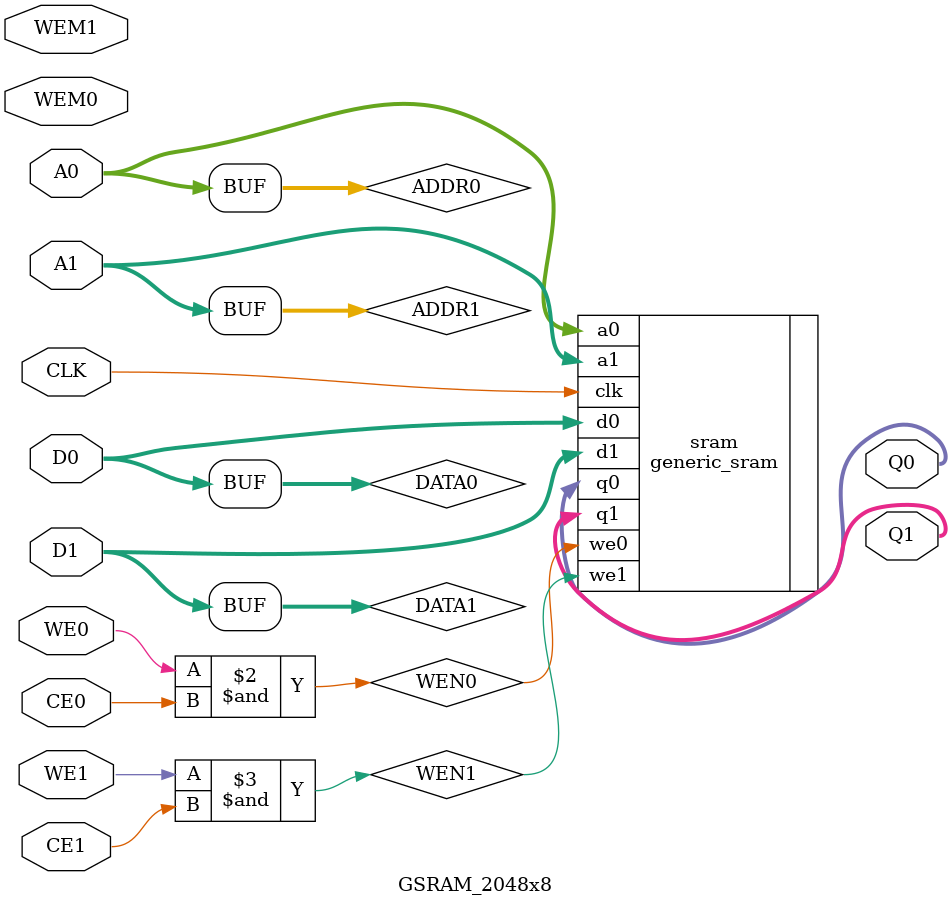
<source format=v>
`timescale 1 ps / 1 ps
module GSRAM_2048x8( CLK, A0, D0, Q0, WE0, WEM0, CE0, A1, D1, Q1, WE1, WEM1, CE1 );

    input CLK;
    input [10:0] A0;
    input [7:0] D0;
    output [7:0] Q0;
    input WE0;
    input [7:0] WEM0;
    input CE0;
    input [10:0] A1;
    input [7:0] D1;
    output [7:0] Q1;
    input WE1;
    input [7:0] WEM1;
    input CE1;

    reg [10:0]  ADDR0;
    reg [10:0]  ADDR1;
    reg WEN0;
    reg WEN1;
    reg [7:0] DATA0;
    reg [7:0] DATA1;

    always @(*) begin
	#5
	ADDR0 = A0;
	ADDR1 = A1;
	WEN0 = WE0 & CE0;
	WEN1 = WE1 & CE1;
	DATA0 = D0;
	DATA1 = D1;
    end
  
    // generic SRAM for comp-kernel-only synthesis
    generic_sram
        #(
          .abits(11),
          .dbits(8)
         )
    sram
        (
         .clk(CLK),
         .a0(ADDR0),
         .a1(ADDR1),
         .d0(DATA0),
         .d1(DATA1),
         .q0(Q0),
         .q1(Q1),
         .we0(WEN0),
         .we1(WEN1)
        );

endmodule

</source>
